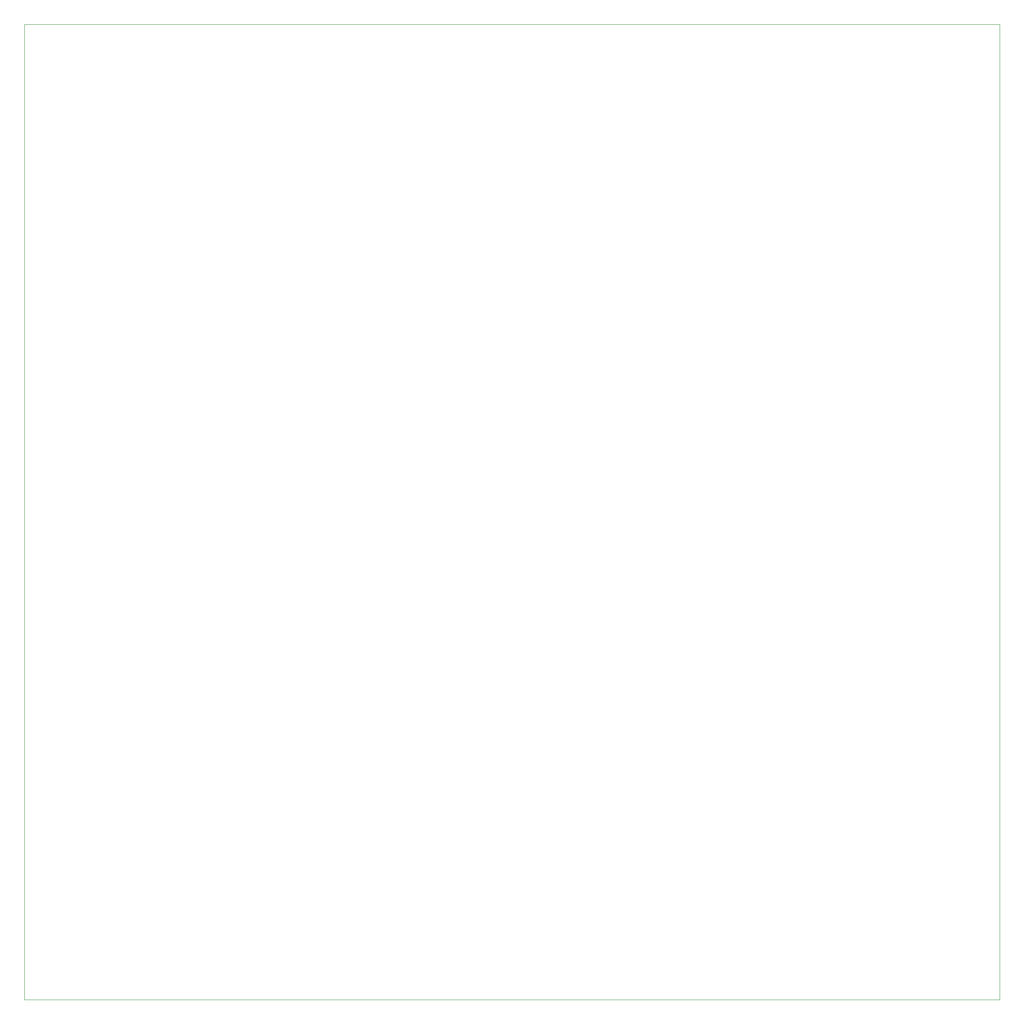
<source format=gbr>
G04*
G04 #@! TF.GenerationSoftware,Altium Limited,Altium Designer,25.0.2 (28)*
G04*
G04 Layer_Color=0*
%FSLAX24Y24*%
%MOIN*%
G70*
G04*
G04 #@! TF.SameCoordinates,4B7BC283-7035-4C9F-97D5-5998C8FB6373*
G04*
G04*
G04 #@! TF.FilePolarity,Positive*
G04*
G01*
G75*
%ADD114C,0.0010*%
D114*
X-16Y-16D02*
Y78724D01*
X78724D01*
Y-16D01*
X-16D01*
M02*

</source>
